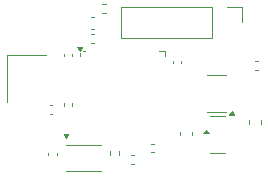
<source format=gbr>
%TF.GenerationSoftware,KiCad,Pcbnew,8.0.3*%
%TF.CreationDate,2024-07-16T14:46:07-05:00*%
%TF.ProjectId,kryptonite,6b727970-746f-46e6-9974-652e6b696361,rev?*%
%TF.SameCoordinates,PX813b7f0PY6643331*%
%TF.FileFunction,Legend,Top*%
%TF.FilePolarity,Positive*%
%FSLAX46Y46*%
G04 Gerber Fmt 4.6, Leading zero omitted, Abs format (unit mm)*
G04 Created by KiCad (PCBNEW 8.0.3) date 2024-07-16 14:46:07*
%MOMM*%
%LPD*%
G01*
G04 APERTURE LIST*
%ADD10C,0.120000*%
G04 APERTURE END LIST*
D10*
%TO.C,U1*%
X7952500Y11675001D02*
X7952500Y11910001D01*
X8427500Y12150001D02*
X8252500Y12150001D01*
X14697500Y12150001D02*
X15172500Y12150001D01*
X15172500Y12150001D02*
X15172500Y11675001D01*
X7952500Y12150001D02*
X7712500Y12480001D01*
X8192500Y12480001D01*
X7952500Y12150001D01*
G36*
X7952500Y12150001D02*
G01*
X7712500Y12480001D01*
X8192500Y12480001D01*
X7952500Y12150001D01*
G37*
%TO.C,C12*%
X16475000Y4999421D02*
X16475000Y5280581D01*
X17495000Y4999421D02*
X17495000Y5280581D01*
%TO.C,C4*%
X14227836Y4250001D02*
X14012164Y4250001D01*
X14227836Y3530001D02*
X14012164Y3530001D01*
%TO.C,C2*%
X6600000Y11662165D02*
X6600000Y11877837D01*
X7320000Y11662165D02*
X7320000Y11877837D01*
%TO.C,R3*%
X10500000Y3613642D02*
X10500000Y3306360D01*
X11260000Y3613642D02*
X11260000Y3306360D01*
%TO.C,Y1*%
X1810000Y11760001D02*
X1810000Y7760001D01*
X5110000Y11760001D02*
X1810000Y11760001D01*
%TO.C,C10*%
X5300000Y3517837D02*
X5300000Y3302165D01*
X6020000Y3517837D02*
X6020000Y3302165D01*
%TO.C,R4*%
X22763859Y11250001D02*
X23071141Y11250001D01*
X22763859Y10490001D02*
X23071141Y10490001D01*
%TO.C,R2*%
X12583641Y3340001D02*
X12276359Y3340001D01*
X12583641Y2580001D02*
X12276359Y2580001D01*
%TO.C,C7*%
X5402164Y7510001D02*
X5617836Y7510001D01*
X5402164Y6790001D02*
X5617836Y6790001D01*
%TO.C,U2*%
X6780000Y4170001D02*
X9780000Y4170001D01*
X6780000Y1950001D02*
X9780000Y1950001D01*
X6780000Y4760001D02*
X6600000Y5060001D01*
X6980000Y5060001D01*
X6780000Y4760001D01*
G36*
X6780000Y4760001D02*
G01*
X6600000Y5060001D01*
X6980000Y5060001D01*
X6780000Y4760001D01*
G37*
%TO.C,C11*%
X22290000Y6240581D02*
X22290000Y5959421D01*
X23310000Y6240581D02*
X23310000Y5959421D01*
%TO.C,U3*%
X19647500Y6600001D02*
X18997500Y6600001D01*
X19647500Y6600001D02*
X20297500Y6600001D01*
X19647500Y3480001D02*
X18997500Y3480001D01*
X19647500Y3480001D02*
X20297500Y3480001D01*
X18887500Y5140001D02*
X18407500Y5140001D01*
X18647500Y5440001D01*
X18887500Y5140001D01*
G36*
X18887500Y5140001D02*
G01*
X18407500Y5140001D01*
X18647500Y5440001D01*
X18887500Y5140001D01*
G37*
%TO.C,R1*%
X9856359Y16070001D02*
X10163641Y16070001D01*
X9856359Y15310001D02*
X10163641Y15310001D01*
%TO.C,C5*%
X15850000Y11297837D02*
X15850000Y11082165D01*
X16570000Y11297837D02*
X16570000Y11082165D01*
%TO.C,C3*%
X6610000Y7462165D02*
X6610000Y7677837D01*
X7330000Y7462165D02*
X7330000Y7677837D01*
%TO.C,J1*%
X11440000Y15880001D02*
X11440000Y13220001D01*
X19120000Y15880001D02*
X11440000Y15880001D01*
X19120000Y15880001D02*
X19120000Y13220001D01*
X19120000Y13220001D02*
X11440000Y13220001D01*
X20390000Y15880001D02*
X21720000Y15880001D01*
X21720000Y15880001D02*
X21720000Y14550001D01*
%TO.C,U4*%
X19510000Y10100001D02*
X18710000Y10100001D01*
X19510000Y10100001D02*
X20310000Y10100001D01*
X19510000Y6980001D02*
X18710000Y6980001D01*
X19510000Y6980001D02*
X20310000Y6980001D01*
X21050000Y6700001D02*
X20570000Y6700001D01*
X20810000Y7030001D01*
X21050000Y6700001D01*
G36*
X21050000Y6700001D02*
G01*
X20570000Y6700001D01*
X20810000Y7030001D01*
X21050000Y6700001D01*
G37*
%TO.C,C1*%
X8884420Y14960001D02*
X9165580Y14960001D01*
X8884420Y13940001D02*
X9165580Y13940001D01*
%TO.C,C6*%
X8912164Y13540001D02*
X9127836Y13540001D01*
X8912164Y12820001D02*
X9127836Y12820001D01*
%TD*%
M02*

</source>
